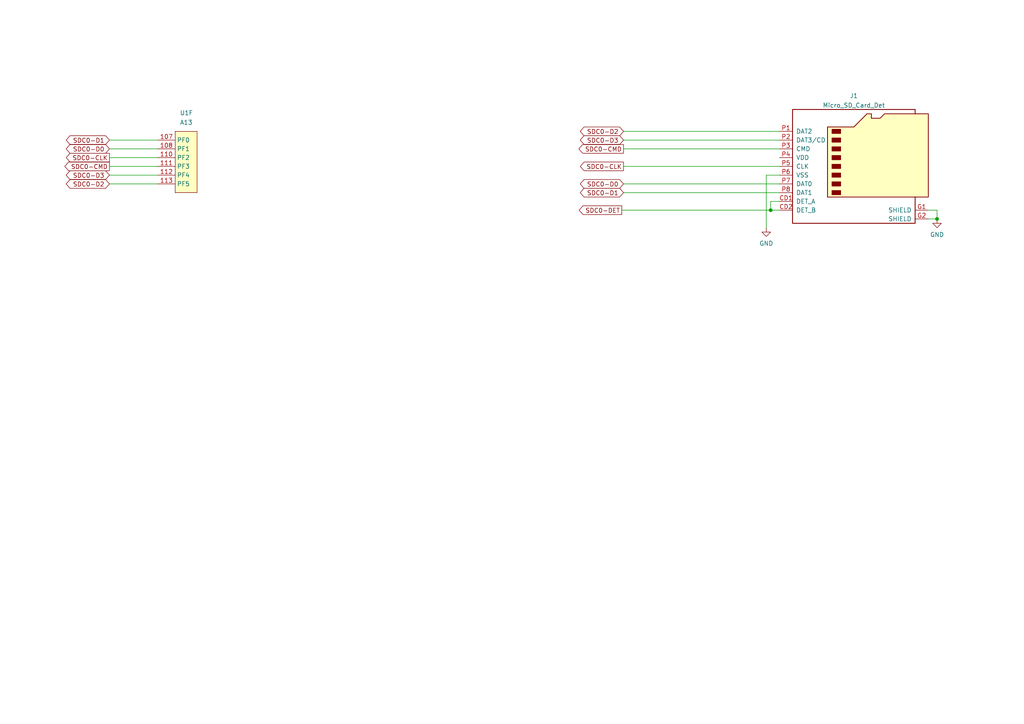
<source format=kicad_sch>
(kicad_sch (version 20210621) (generator eeschema)
  (paper "A4")
  (lib_symbols
    (symbol "allwinner:A13"
      (property "Reference" "U" (at -1.27 6.35 0))
      (property "Value" "A13" (at 0 3.81 0))
      (symbol "A13_1_0"
        (pin passive line (at -13.97 -12.7 0) (length 5.08) (name "SDQ4") (number "19"))
        (pin passive line (at -13.97 -17.78 0) (length 5.08) (name "SDQ6") (number "20"))
        (pin passive line (at -13.97 -7.62 0) (length 5.08) (name "SDQ2") (number "21"))
        (pin passive line (at -13.97 -2.54 0) (length 5.08) (name "SDQ0") (number "22"))
        (pin passive line (at -13.97 -30.48 0) (length 5.08) (name "SDQ11") (number "24"))
        (pin passive line (at -13.97 -25.4 0) (length 5.08) (name "SDQ9") (number "25"))
        (pin passive line (at -13.97 -35.56 0) (length 5.08) (name "SDQ13") (number "26"))
        (pin passive line (at -13.97 -40.64 0) (length 5.08) (name "SDQ15") (number "27"))
        (pin passive line (at -13.97 -33.02 0) (length 5.08) (name "SDQ12") (number "36"))
        (pin passive line (at -13.97 -22.86 0) (length 5.08) (name "SDQ8") (number "37"))
        (pin passive line (at -13.97 -38.1 0) (length 5.08) (name "SDQ14") (number "38"))
        (pin passive line (at -13.97 -27.94 0) (length 5.08) (name "SDQ10") (number "39"))
        (pin passive line (at -13.97 -5.08 0) (length 5.08) (name "SDQ1") (number "40"))
        (pin passive line (at -13.97 -10.16 0) (length 5.08) (name "SDQ3") (number "41"))
        (pin passive line (at -13.97 -20.32 0) (length 5.08) (name "SDQ7") (number "42"))
        (pin passive line (at -13.97 -15.24 0) (length 5.08) (name "SDQ5") (number "44"))
        (pin passive line (at 12.7 -27.94 180) (length 5.08) (name "SA10") (number "48"))
        (pin passive line (at 12.7 -45.72 180) (length 5.08) (name "BA1") (number "49"))
        (pin passive line (at 12.7 -33.02 180) (length 5.08) (name "SA12") (number "50"))
        (pin passive line (at 12.7 -12.7 180) (length 5.08) (name "SA4") (number "51"))
        (pin passive line (at 12.7 -5.08 180) (length 5.08) (name "SA1") (number "52"))
        (pin passive line (at 12.7 -17.78 180) (length 5.08) (name "SA6") (number "54"))
        (pin passive line (at 12.7 -22.86 180) (length 5.08) (name "SA8") (number "55"))
        (pin passive line (at 12.7 -30.48 180) (length 5.08) (name "SA11") (number "56"))
        (pin passive line (at 12.7 -38.1 180) (length 5.08) (name "SA14") (number "57"))
        (pin passive line (at 12.7 -52.07 180) (length 5.08) (name "RAS") (number "58"))
        (pin passive line (at 12.7 -54.61 180) (length 5.08) (name "CAS") (number "59"))
        (pin passive line (at 12.7 -57.15 180) (length 5.08) (name "WE") (number "60"))
        (pin passive line (at 12.7 -48.26 180) (length 5.08) (name "BA2") (number "61"))
        (pin passive line (at 12.7 -43.18 180) (length 5.08) (name "BA0") (number "63"))
        (pin passive line (at 12.7 -2.54 180) (length 5.08) (name "SA0") (number "64"))
        (pin passive line (at 12.7 -10.16 180) (length 5.08) (name "SA3") (number "65"))
        (pin passive line (at 12.7 -7.62 180) (length 5.08) (name "SA2") (number "66"))
        (pin passive line (at 12.7 -15.24 180) (length 5.08) (name "SA5") (number "67"))
        (pin passive line (at 12.7 -35.56 180) (length 5.08) (name "SA13") (number "68"))
        (pin passive line (at 12.7 -25.4 180) (length 5.08) (name "SA9") (number "69"))
        (pin passive line (at 12.7 -59.69 180) (length 5.08) (name "RST") (number "70"))
        (pin passive line (at 12.7 -20.32 180) (length 5.08) (name "SA7") (number "71"))
        (pin passive line (at 12.7 -62.23 180) (length 5.08) (name "ODT") (number "72"))
      )
      (symbol "A13_1_1"
        (rectangle (start -8.89 0) (end 7.62 -81.28) (stroke (width 0.1524)) (fill (type background)))
        (pin passive line (at -13.97 -76.2 0) (length 5.08) (name "DZQ") (number "17"))
        (pin passive line (at -13.97 -78.74 0) (length 5.08) (name "SVREF") (number "18"))
        (pin passive line (at -13.97 -58.42 0) (length 5.08) (name "DM1") (number "28"))
        (pin passive line (at -13.97 -55.88 0) (length 5.08) (name "DM0") (number "29"))
        (pin passive line (at -13.97 -63.5 0) (length 5.08) (name "DQS0+") (number "31"))
        (pin passive line (at -13.97 -66.04 0) (length 5.08) (name "DQS0-") (number "32"))
        (pin passive line (at -13.97 -68.58 0) (length 5.08) (name "DQS1+") (number "33"))
        (pin passive line (at -13.97 -71.12 0) (length 5.08) (name "DQS1-") (number "34"))
        (pin passive line (at -13.97 -45.72 0) (length 5.08) (name "CK+") (number "45"))
        (pin passive line (at -13.97 -48.26 0) (length 5.08) (name "CK-") (number "46"))
        (pin passive line (at -13.97 -50.8 0) (length 5.08) (name "CKE") (number "47"))
      )
      (symbol "A13_2_0"
        (pin passive line (at -8.89 -13.97 0) (length 5.08) (name "PB10") (number "10"))
        (pin passive line (at -8.89 -1.27 0) (length 5.08) (name "PB0") (number "101"))
        (pin passive line (at -8.89 -3.81 0) (length 5.08) (name "PB1") (number "102"))
        (pin passive line (at -8.89 -6.35 0) (length 5.08) (name "PB2") (number "103"))
        (pin passive line (at -8.89 -11.43 0) (length 5.08) (name "PB4") (number "104"))
        (pin passive line (at -8.89 -16.51 0) (length 5.08) (name "PB15") (number "105"))
        (pin passive line (at -8.89 -19.05 0) (length 5.08) (name "PB16") (number "106"))
        (pin passive line (at -8.89 -8.89 0) (length 5.08) (name "PB3") (number "150"))
        (pin passive line (at -8.89 -24.13 0) (length 5.08) (name "PB18") (number "160"))
        (pin passive line (at -8.89 -21.59 0) (length 5.08) (name "PB17") (number "161"))
      )
      (symbol "A13_2_1"
        (rectangle (start -3.81 1.27) (end 2.54 -26.67) (stroke (width 0.1524)) (fill (type background)))
      )
      (symbol "A13_3_0"
        (pin passive line (at -8.89 -13.97 0) (length 5.08) (name "PC5") (number "1"))
        (pin passive line (at -8.89 -41.91 0) (length 5.08) (name "PC19") (number "162"))
        (pin passive line (at -8.89 -39.37 0) (length 5.08) (name "PC15") (number "165"))
        (pin passive line (at -8.89 -36.83 0) (length 5.08) (name "PC14") (number "166"))
        (pin passive line (at -8.89 -34.29 0) (length 5.08) (name "PC13") (number "167"))
        (pin passive line (at -8.89 -31.75 0) (length 5.08) (name "PC12") (number "168"))
        (pin passive line (at -8.89 -29.21 0) (length 5.08) (name "PC11") (number "170"))
        (pin passive line (at -8.89 -26.67 0) (length 5.08) (name "PC10") (number "171"))
        (pin passive line (at -8.89 -24.13 0) (length 5.08) (name "PC9") (number "172"))
        (pin passive line (at -8.89 -21.59 0) (length 5.08) (name "PC8") (number "174"))
        (pin passive line (at -8.89 -19.05 0) (length 5.08) (name "PC7") (number "175"))
        (pin passive line (at -8.89 -16.51 0) (length 5.08) (name "PC6") (number "176"))
        (pin passive line (at -8.89 -11.43 0) (length 5.08) (name "PC4") (number "2"))
        (pin passive line (at -8.89 -8.89 0) (length 5.08) (name "PC3") (number "3"))
        (pin passive line (at -8.89 -6.35 0) (length 5.08) (name "PC2") (number "6"))
        (pin passive line (at -8.89 -3.81 0) (length 5.08) (name "PC1") (number "7"))
        (pin passive line (at -8.89 -1.27 0) (length 5.08) (name "PC0") (number "8"))
      )
      (symbol "A13_3_1"
        (rectangle (start -3.81 1.27) (end 3.81 -44.45) (stroke (width 0.1524)) (fill (type background)))
      )
      (symbol "A13_4_0"
        (pin passive line (at -8.89 -71.12 0) (length 5.08) (name "PD27") (number "126"))
        (pin passive line (at -8.89 -68.58 0) (length 5.08) (name "PD26") (number "127"))
        (pin passive line (at -8.89 -66.04 0) (length 5.08) (name "PD25") (number "128"))
        (pin passive line (at -8.89 -63.5 0) (length 5.08) (name "PD24") (number "129"))
        (pin passive line (at -8.89 -60.96 0) (length 5.08) (name "PD23") (number "130"))
        (pin passive line (at -8.89 -58.42 0) (length 5.08) (name "PD22") (number "131"))
        (pin passive line (at -8.89 -55.88 0) (length 5.08) (name "PD21") (number "132"))
        (pin passive line (at -8.89 -53.34 0) (length 5.08) (name "PD20") (number "133"))
        (pin passive line (at -8.89 -50.8 0) (length 5.08) (name "PD19") (number "134"))
        (pin passive line (at -8.89 -48.26 0) (length 5.08) (name "PD18") (number "135"))
        (pin passive line (at -8.89 -40.64 0) (length 5.08) (name "PD15") (number "136"))
        (pin passive line (at -8.89 -38.1 0) (length 5.08) (name "PD14") (number "137"))
        (pin passive line (at -8.89 -35.56 0) (length 5.08) (name "PD13") (number "138"))
        (pin passive line (at -8.89 -33.02 0) (length 5.08) (name "PD12") (number "139"))
        (pin passive line (at -8.89 -30.48 0) (length 5.08) (name "PD11") (number "140"))
        (pin passive line (at -8.89 -27.94 0) (length 5.08) (name "PD10") (number "141"))
        (pin passive line (at -8.89 -20.32 0) (length 5.08) (name "PD7") (number "143"))
        (pin passive line (at -8.89 -17.78 0) (length 5.08) (name "PD6") (number "144"))
        (pin passive line (at -8.89 -15.24 0) (length 5.08) (name "PD5") (number "145"))
        (pin passive line (at -8.89 -12.7 0) (length 5.08) (name "PD4") (number "146"))
        (pin passive line (at -8.89 -10.16 0) (length 5.08) (name "PD3") (number "147"))
        (pin passive line (at -8.89 -7.62 0) (length 5.08) (name "PD2") (number "148"))
      )
      (symbol "A13_4_1"
        (rectangle (start -3.81 0) (end 3.81 -73.66) (stroke (width 0.1524)) (fill (type background)))
      )
      (symbol "A13_5_0"
        (pin passive line (at -8.89 -2.54 0) (length 5.08) (name "PE0") (number "114"))
        (pin passive line (at -8.89 -5.08 0) (length 5.08) (name "PE1") (number "115"))
        (pin passive line (at -8.89 -7.62 0) (length 5.08) (name "PE2") (number "116"))
        (pin passive line (at -8.89 -10.16 0) (length 5.08) (name "PE3") (number "117"))
        (pin passive line (at -8.89 -12.7 0) (length 5.08) (name "PE4") (number "118"))
        (pin passive line (at -8.89 -15.24 0) (length 5.08) (name "PE5") (number "119"))
        (pin passive line (at -8.89 -17.78 0) (length 5.08) (name "PE6") (number "120"))
        (pin passive line (at -8.89 -20.32 0) (length 5.08) (name "PE7") (number "121"))
        (pin passive line (at -8.89 -22.86 0) (length 5.08) (name "PE8") (number "122"))
        (pin passive line (at -8.89 -25.4 0) (length 5.08) (name "PE9") (number "123"))
        (pin passive line (at -8.89 -27.94 0) (length 5.08) (name "PE10") (number "124"))
        (pin passive line (at -8.89 -30.48 0) (length 5.08) (name "PE11") (number "125"))
      )
      (symbol "A13_5_1"
        (rectangle (start -3.81 0) (end 3.81 -33.02) (stroke (width 0.1524)) (fill (type background)))
      )
      (symbol "A13_6_0"
        (pin passive line (at -7.62 -2.54 0) (length 5.08) (name "PF0") (number "107"))
        (pin passive line (at -7.62 -5.08 0) (length 5.08) (name "PF1") (number "108"))
        (pin passive line (at -7.62 -7.62 0) (length 5.08) (name "PF2") (number "110"))
        (pin passive line (at -7.62 -10.16 0) (length 5.08) (name "PF3") (number "111"))
        (pin passive line (at -7.62 -12.7 0) (length 5.08) (name "PF4") (number "112"))
        (pin passive line (at -7.62 -15.24 0) (length 5.08) (name "PF5") (number "113"))
      )
      (symbol "A13_6_1"
        (rectangle (start -2.54 0) (end 3.81 -17.78) (stroke (width 0.1524)) (fill (type background)))
      )
      (symbol "A13_7_0"
        (pin passive line (at -8.89 -25.4 0) (length 5.08) (name "PG9") (number "12"))
        (pin passive line (at -8.89 -27.94 0) (length 5.08) (name "PG10") (number "13"))
        (pin passive line (at -8.89 -30.48 0) (length 5.08) (name "PG11") (number "14"))
        (pin passive line (at -8.89 -12.7 0) (length 5.08) (name "PG4") (number "151"))
        (pin passive line (at -8.89 -10.16 0) (length 5.08) (name "PG3") (number "152"))
        (pin passive line (at -8.89 -7.62 0) (length 5.08) (name "PG2") (number "153"))
        (pin passive line (at -8.89 -5.08 0) (length 5.08) (name "PG1") (number "154"))
        (pin passive line (at -8.89 -2.54 0) (length 5.08) (name "PG0") (number "155"))
      )
      (symbol "A13_7_1"
        (rectangle (start -3.81 0) (end 3.81 -35.56) (stroke (width 0.1524)) (fill (type background)))
        (pin passive line (at -8.89 -33.02 0) (length 5.08) (name "PG12") (number "15"))
      )
      (symbol "A13_8_0"
        (pin passive line (at -11.43 -96.52 0) (length 5.08) (name "GND") (number "177"))
        (pin passive line (at -11.43 -10.16 0) (length 5.08) (name "HPOUTL") (number "74"))
        (pin passive line (at -11.43 -12.7 0) (length 5.08) (name "HPBP") (number "75"))
        (pin passive line (at -11.43 -15.24 0) (length 5.08) (name "HPCOM") (number "77"))
        (pin passive line (at -11.43 -17.78 0) (length 5.08) (name "HPOUTR") (number "78"))
        (pin passive line (at -11.43 -20.32 0) (length 5.08) (name "MICIN1") (number "84"))
        (pin passive line (at -11.43 -22.86 0) (length 5.08) (name "LRADC") (number "86"))
        (pin passive line (at -11.43 -38.1 0) (length 5.08) (name "TPX2") (number "87"))
        (pin passive line (at -11.43 -40.64 0) (length 5.08) (name "TPY2") (number "88"))
        (pin passive line (at -11.43 -43.18 0) (length 5.08) (name "TPX1") (number "89"))
        (pin passive line (at -11.43 -45.72 0) (length 5.08) (name "TPY1") (number "90"))
        (pin passive line (at -11.43 -50.8 0) (length 5.08) (name "UDM0") (number "93"))
        (pin passive line (at -11.43 -53.34 0) (length 5.08) (name "UDP0") (number "94"))
        (pin passive line (at -11.43 -55.88 0) (length 5.08) (name "UDM1") (number "95"))
        (pin passive line (at -11.43 -58.42 0) (length 5.08) (name "UDP1") (number "96"))
        (pin no_connect line (at -11.43 -83.82 0) (length 5.08) (name "NC") (number "99"))
      )
      (symbol "A13_8_1"
        (rectangle (start -6.35 0) (end 5.08 -99.06) (stroke (width 0.1524)) (fill (type background)))
        (pin passive line (at -11.43 -86.36 0) (length 5.08) hide (name "IOVCC") (number "100"))
        (pin passive line (at -11.43 -91.44 0) (length 5.08) hide (name "VDD_INT") (number "109"))
        (pin passive line (at -11.43 -88.9 0) (length 5.08) hide (name "VDD_CPU") (number "11"))
        (pin passive line (at -11.43 -86.36 0) (length 5.08) hide (name "IOVCC") (number "142"))
        (pin passive line (at -11.43 -91.44 0) (length 5.08) hide (name "VDD_INT") (number "149"))
        (pin passive line (at -11.43 -88.9 0) (length 5.08) hide (name "VDD_CPU") (number "156"))
        (pin passive line (at -11.43 -76.2 0) (length 5.08) (name "UBOOT") (number "157"))
        (pin passive line (at -11.43 -73.66 0) (length 5.08) (name "NMI_N") (number "158"))
        (pin passive line (at -11.43 -71.12 0) (length 5.08) (name "RESET_N") (number "159"))
        (pin passive line (at -11.43 -88.9 0) (length 5.08) hide (name "VDD_CPU") (number "16"))
        (pin passive line (at -11.43 -86.36 0) (length 5.08) hide (name "IOVCC") (number "163"))
        (pin passive line (at -11.43 -88.9 0) (length 5.08) hide (name "VDD_CPU") (number "164"))
        (pin passive line (at -11.43 -88.9 0) (length 5.08) (name "VDD_CPU") (number "169"))
        (pin passive line (at -11.43 -88.9 0) (length 5.08) hide (name "VDD_CPU") (number "173"))
        (pin passive line (at -11.43 -93.98 0) (length 5.08) (name "VCC_DRAM") (number "23"))
        (pin passive line (at -11.43 -93.98 0) (length 5.08) hide (name "VCC_DRAM") (number "30"))
        (pin passive line (at -11.43 -91.44 0) (length 5.08) (name "VDD_INT") (number "35"))
        (pin passive line (at -11.43 -88.9 0) (length 5.08) hide (name "VDD_CPU") (number "4"))
        (pin passive line (at -11.43 -93.98 0) (length 5.08) hide (name "VCC_DRAM") (number "43"))
        (pin passive line (at -11.43 -86.36 0) (length 5.08) (name "IOVCC") (number "5"))
        (pin passive line (at -11.43 -93.98 0) (length 5.08) hide (name "VCC_DRAM") (number "53"))
        (pin passive line (at -11.43 -93.98 0) (length 5.08) hide (name "VCC_DRAM") (number "62"))
        (pin passive line (at -11.43 -91.44 0) (length 5.08) hide (name "VDD_INT") (number "73"))
        (pin passive line (at -11.43 -5.08 0) (length 5.08) (name "V33_HP") (number "76"))
        (pin passive line (at -11.43 -33.02 0) (length 5.08) (name "AGND") (number "79"))
        (pin passive line (at -11.43 -25.4 0) (length 5.08) (name "VRP") (number "80"))
        (pin passive line (at -11.43 -7.62 0) (length 5.08) (name "AVCC") (number "81"))
        (pin passive line (at -11.43 -30.48 0) (length 5.08) (name "VRA2") (number "82"))
        (pin passive line (at -11.43 -27.94 0) (length 5.08) (name "VRA1") (number "83"))
        (pin passive line (at -11.43 -2.54 0) (length 5.08) (name "VMIC") (number "85"))
        (pin passive line (at -11.43 -88.9 0) (length 5.08) hide (name "VDD_CPU") (number "9"))
        (pin passive line (at -11.43 -66.04 0) (length 5.08) (name "X24MOUT") (number "91"))
        (pin passive line (at -11.43 -63.5 0) (length 5.08) (name "X24MIN") (number "92"))
        (pin passive line (at -11.43 -81.28 0) (length 5.08) (name "UVCC") (number "97"))
        (pin passive line (at -11.43 -91.44 0) (length 5.08) hide (name "VDD_INT") (number "98"))
      )
    )
    (symbol "gct:Micro_SD_Card_Det" (pin_names (offset 1.016))
      (property "Reference" "J" (at -16.51 17.78 0))
      (property "Value" "Micro_SD_Card_Det" (at 16.51 17.78 0))
      (symbol "Micro_SD_Card_Det_0_1"
        (rectangle (start -7.62 -6.985) (end -5.08 -8.255) (fill (type outline)))
        (rectangle (start -7.62 -4.445) (end -5.08 -5.715) (fill (type outline)))
        (rectangle (start -7.62 -1.905) (end -5.08 -3.175) (fill (type outline)))
        (rectangle (start -7.62 0.635) (end -5.08 -0.635) (fill (type outline)))
        (rectangle (start -7.62 3.175) (end -5.08 1.905) (fill (type outline)))
        (rectangle (start -7.62 5.715) (end -5.08 4.445) (fill (type outline)))
        (rectangle (start -7.62 8.255) (end -5.08 6.985) (fill (type outline)))
        (rectangle (start -7.62 10.795) (end -5.08 9.525) (fill (type outline)))
        (polyline (pts (xy 16.51 15.24) (xy 16.51 16.51) (xy -19.05 16.51) (xy -19.05 -16.51) (xy 16.51 -16.51) (xy 16.51 -8.89)) (stroke (width 0.254)))
        (polyline (pts (xy -8.89 -8.89) (xy -8.89 11.43) (xy -1.27 11.43) (xy 2.54 15.24) (xy 3.81 15.24) (xy 3.81 13.97) (xy 6.35 13.97) (xy 7.62 15.24) (xy 20.32 15.24) (xy 20.32 -8.89) (xy -8.89 -8.89)) (stroke (width 0.254)) (fill (type background)))
      )
      (symbol "Micro_SD_Card_Det_1_1"
        (pin passive line (at -22.86 -10.16 0) (length 3.81) (name "DET_A") (number "CD1"))
        (pin passive line (at -22.86 -12.7 0) (length 3.81) (name "DET_B") (number "CD2"))
        (pin passive line (at 20.32 -12.7 180) (length 3.81) (name "SHIELD") (number "G1"))
        (pin passive line (at 20.32 -15.24 180) (length 3.81) (name "SHIELD") (number "G2"))
        (pin bidirectional line (at -22.86 10.16 0) (length 3.81) (name "DAT2") (number "P1"))
        (pin bidirectional line (at -22.86 7.62 0) (length 3.81) (name "DAT3/CD") (number "P2"))
        (pin input line (at -22.86 5.08 0) (length 3.81) (name "CMD") (number "P3"))
        (pin power_in line (at -22.86 2.54 0) (length 3.81) (name "VDD") (number "P4"))
        (pin input line (at -22.86 0 0) (length 3.81) (name "CLK") (number "P5"))
        (pin power_in line (at -22.86 -2.54 0) (length 3.81) (name "VSS") (number "P6"))
        (pin bidirectional line (at -22.86 -5.08 0) (length 3.81) (name "DAT0") (number "P7"))
        (pin bidirectional line (at -22.86 -7.62 0) (length 3.81) (name "DAT1") (number "P8"))
      )
    )
    (symbol "power:GND" (power) (pin_names (offset 0))
      (property "Value" "GND" (at 0 -3.81 0))
      (symbol "GND_0_1"
        (polyline (pts (xy 0 0) (xy 0 -1.27) (xy 1.27 -1.27) (xy 0 -2.54) (xy -1.27 -1.27) (xy 0 -1.27)))
      )
      (symbol "GND_1_1"
        (pin power_in line (at 0 0 270) (length 0) hide (name "GND") (number "1"))
      )
    )
  )
  (junction (at 223.52 60.96) (diameter 0.9144))
  (junction (at 271.78 63.5) (diameter 0.9144))
  (wire (pts (xy 31.75 40.64) (xy 45.72 40.64)))
  (wire (pts (xy 31.75 43.18) (xy 45.72 43.18)))
  (wire (pts (xy 31.75 45.72) (xy 45.72 45.72)))
  (wire (pts (xy 31.75 48.26) (xy 45.72 48.26)))
  (wire (pts (xy 31.75 50.8) (xy 45.72 50.8)))
  (wire (pts (xy 31.75 53.34) (xy 45.72 53.34)))
  (wire (pts (xy 180.34 60.96) (xy 223.52 60.96)))
  (wire (pts (xy 180.848 38.1) (xy 226.06 38.1)))
  (wire (pts (xy 180.848 40.64) (xy 226.06 40.64)))
  (wire (pts (xy 180.848 43.18) (xy 226.06 43.18)))
  (wire (pts (xy 180.848 48.26) (xy 226.06 48.26)))
  (wire (pts (xy 180.848 53.34) (xy 226.06 53.34)))
  (wire (pts (xy 180.848 55.88) (xy 226.06 55.88)))
  (wire (pts (xy 222.25 50.8) (xy 222.25 66.04)))
  (wire (pts (xy 223.52 58.42) (xy 223.52 60.96)))
  (wire (pts (xy 223.52 60.96) (xy 226.06 60.96)))
  (wire (pts (xy 226.06 50.8) (xy 222.25 50.8)))
  (wire (pts (xy 226.06 58.42) (xy 223.52 58.42)))
  (wire (pts (xy 269.24 60.96) (xy 271.78 60.96)))
  (wire (pts (xy 271.78 60.96) (xy 271.78 63.5)))
  (wire (pts (xy 271.78 63.5) (xy 269.24 63.5)))
  (global_label "SDC0-D1" (shape bidirectional) (at 31.75 40.64 180) (property "Intersheet References" "${INTERSHEET_REFS}" (effects hide)))
  (global_label "SDC0-D0" (shape bidirectional) (at 31.75 43.18 180) (property "Intersheet References" "${INTERSHEET_REFS}" (effects hide)))
  (global_label "SDC0-CLK" (shape output) (at 31.75 45.72 180) (property "Intersheet References" "${INTERSHEET_REFS}" (effects hide)))
  (global_label "SDC0-CMD" (shape output) (at 31.75 48.26 180) (property "Intersheet References" "${INTERSHEET_REFS}" (effects hide)))
  (global_label "SDC0-D3" (shape bidirectional) (at 31.75 50.8 180) (property "Intersheet References" "${INTERSHEET_REFS}" (effects hide)))
  (global_label "SDC0-D2" (shape bidirectional) (at 31.75 53.34 180) (property "Intersheet References" "${INTERSHEET_REFS}" (effects hide)))
  (global_label "SDC0-DET" (shape output) (at 180.34 60.96 180) (property "Intersheet References" "${INTERSHEET_REFS}" (effects hide)))
  (global_label "SDC0-D2" (shape bidirectional) (at 180.848 38.1 180) (property "Intersheet References" "${INTERSHEET_REFS}" (effects hide)))
  (global_label "SDC0-D3" (shape bidirectional) (at 180.848 40.64 180) (property "Intersheet References" "${INTERSHEET_REFS}" (effects hide)))
  (global_label "SDC0-CMD" (shape output) (at 180.848 43.18 180) (property "Intersheet References" "${INTERSHEET_REFS}" (effects hide)))
  (global_label "SDC0-CLK" (shape output) (at 180.848 48.26 180) (property "Intersheet References" "${INTERSHEET_REFS}" (effects hide)))
  (global_label "SDC0-D0" (shape bidirectional) (at 180.848 53.34 180) (property "Intersheet References" "${INTERSHEET_REFS}" (effects hide)))
  (global_label "SDC0-D1" (shape bidirectional) (at 180.848 55.88 180) (property "Intersheet References" "${INTERSHEET_REFS}" (effects hide)))
  (symbol (lib_id "power:GND") (at 222.25 66.04 0) (unit 1)
    (property "Reference" "#PWR0103" (effects hide))
    (property "Value" "GND" (at 222.25 70.6026 0))
  )
  (symbol (lib_id "power:GND") (at 271.78 63.5 0) (unit 1)
    (property "Reference" "#PWR0105" (effects hide))
    (property "Value" "GND" (at 271.78 68.0626 0))
  )
  (symbol (lib_id "allwinner:A13") (at 53.34 38.1 0) (unit 6)
    (property "Reference" "U1" (at 52.1463 32.7465 0) (effects (justify left)))
    (property "Value" "A13" (at 52.1463 35.5216 0) (effects (justify left)))
    (property "Footprint" "allwinner:LQFP-176_20x20mm_P0.4mm" (effects hide))
  )
  (symbol (lib_id "gct:Micro_SD_Card_Det") (at 248.92 48.26 0) (unit 1)
    (property "Reference" "J1" (at 247.65 27.7834 0))
    (property "Value" "Micro_SD_Card_Det" (at 247.65 30.5585 0))
    (property "Footprint" "gct:MEM20610118800A" (effects hide))
    (property "Datasheet" "https://www.hirose.com/product/en/download_file/key_name/DM3/category/Catalog/doc_file_id/49662/?file_category_id=4&item_id=195&is_series=1" (effects hide))
  )
)
</source>
